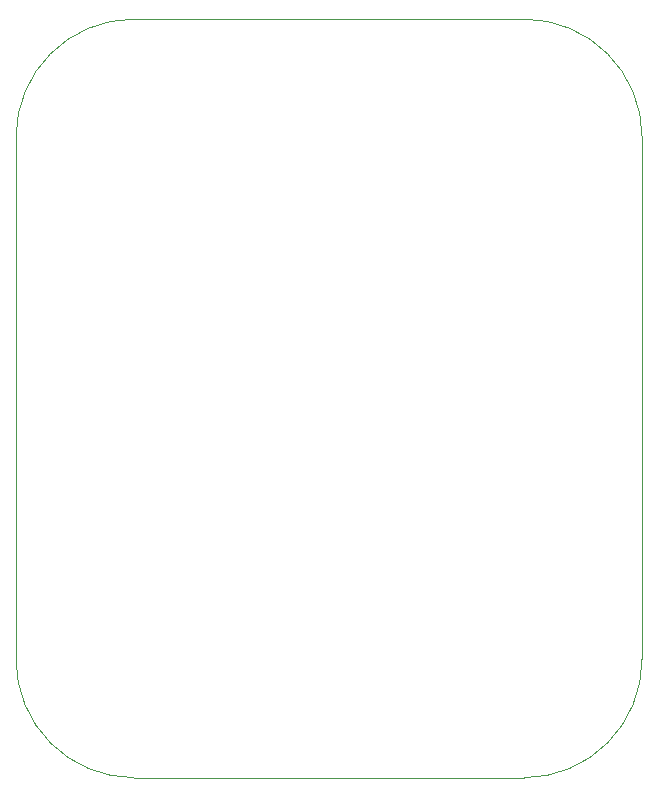
<source format=gbr>
%TF.GenerationSoftware,KiCad,Pcbnew,9.0.4*%
%TF.CreationDate,2025-11-05T17:51:59+01:00*%
%TF.ProjectId,FliperKAd,466c6970-6572-44b4-9164-2e6b69636164,rev?*%
%TF.SameCoordinates,Original*%
%TF.FileFunction,Profile,NP*%
%FSLAX46Y46*%
G04 Gerber Fmt 4.6, Leading zero omitted, Abs format (unit mm)*
G04 Created by KiCad (PCBNEW 9.0.4) date 2025-11-05 17:51:59*
%MOMM*%
%LPD*%
G01*
G04 APERTURE LIST*
%TA.AperFunction,Profile*%
%ADD10C,0.050000*%
%TD*%
G04 APERTURE END LIST*
D10*
X177000000Y-68986060D02*
X176997037Y-113228964D01*
X187000000Y-123228926D02*
X220000000Y-123228941D01*
X220010000Y-59000000D02*
G75*
G02*
X230010000Y-69000000I0J-10000000D01*
G01*
X177000000Y-68986057D02*
G75*
G02*
X186986057Y-59000000I9986060J-3D01*
G01*
X230000000Y-113200000D02*
G75*
G02*
X220000000Y-123228972I-10000000J-28930D01*
G01*
X220010000Y-59000000D02*
X186980000Y-59000000D01*
X187000000Y-123228964D02*
G75*
G02*
X177000036Y-113228964I0J9999964D01*
G01*
X229999999Y-113200000D02*
X230010000Y-69000000D01*
M02*

</source>
